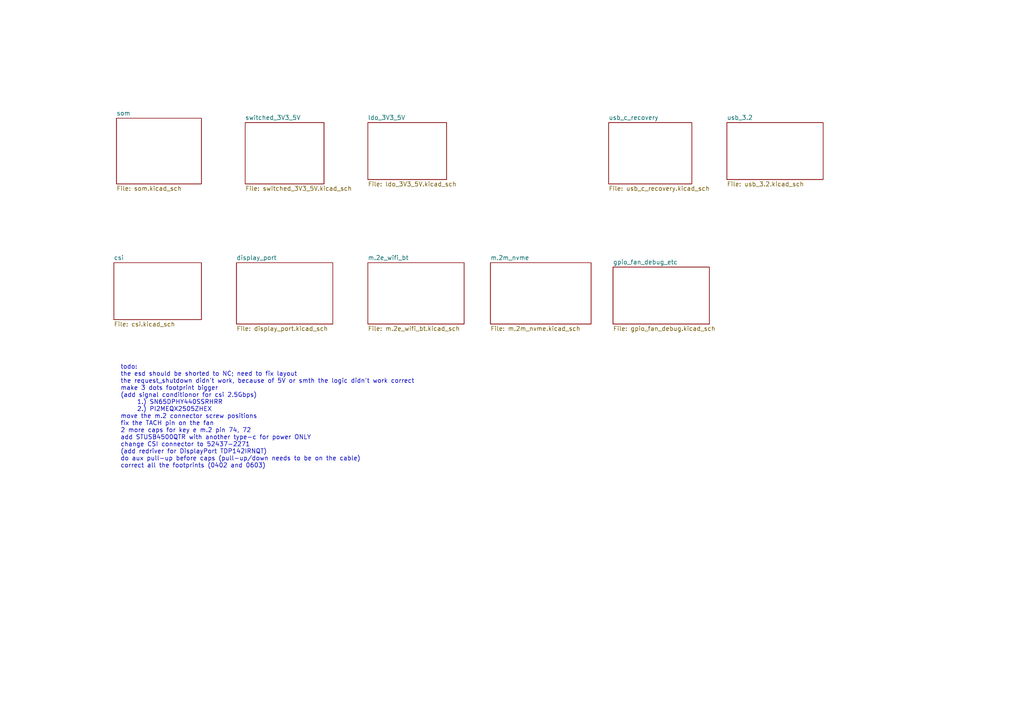
<source format=kicad_sch>
(kicad_sch (version 20230121) (generator eeschema)
  (paper "A4")
  (lib_symbols)
  (text "todo:\nthe esd should be shorted to NC; need to fix layout\nthe request_shutdown didn't work, because of 5V or smth the logic didn't work correct\nmake 3 dots footprint bigger\n(add signal conditionor for csi 2.5Gbps)\n	1.) SN65DPHY440SSRHRR\n	2.) PI2MEQX2505ZHEX\nmove the m.2 connector screw positions\nfix the TACH pin on the fan\n2 more caps for key e m.2 pin 74, 72\nadd STUSB4500QTR with another type-c for power ONLY\nchange CSI connector to 52437-2271\n(add redriver for DisplayPort TDP142IRNQT)\ndo aux pull-up before caps (pull-up/down needs to be on the cable)\ncorrect all the footprints (0402 and 0603)" (at 34.925 135.89 0) (effects (font (size 1.27 1.27)) (justify left bottom)))
  (sheet (at 71.12 35.56) (size 22.86 17.78) (stroke (width 0.1524))
    (property "Sheetname" "switched_3V3_5V" (at 71.12 34.8484 0) (effects (justify left bottom)))
    (property "Sheetfile" "switched_3V3_5V.kicad_sch" (at 71.12 53.9246 0) (effects (justify left top)))
  )
  (sheet (at 210.82 35.56) (size 27.94 16.51) (stroke (width 0.1524))
    (property "Sheetname" "usb_3.2" (at 210.82 34.8484 0) (effects (justify left bottom)))
    (property "Sheetfile" "usb_3.2.kicad_sch" (at 210.82 52.6546 0) (effects (justify left top)))
  )
  (sheet (at 33.02 76.2) (size 25.4 16.51) (stroke (width 0.1524))
    (property "Sheetname" "csi" (at 33.02 75.4884 0) (effects (justify left bottom)))
    (property "Sheetfile" "csi.kicad_sch" (at 33.02 93.2946 0) (effects (justify left top)))
  )
  (sheet (at 68.58 76.2) (size 27.94 17.78) (stroke (width 0.1524))
    (property "Sheetname" "display_port" (at 68.58 75.4884 0) (effects (justify left bottom)))
    (property "Sheetfile" "display_port.kicad_sch" (at 68.58 94.5646 0) (effects (justify left top)))
  )
  (sheet (at 106.68 76.2) (size 27.94 17.78) (stroke (width 0.1524))
    (property "Sheetname" "m.2e_wifi_bt" (at 106.68 75.4884 0) (effects (justify left bottom)))
    (property "Sheetfile" "m.2e_wifi_bt.kicad_sch" (at 106.68 94.5646 0) (effects (justify left top)))
  )
  (sheet (at 106.68 35.56) (size 22.86 16.51) (stroke (width 0.1524))
    (property "Sheetname" "ldo_3V3_5V" (at 106.68 34.8484 0) (effects (justify left bottom)))
    (property "Sheetfile" "ldo_3V3_5V.kicad_sch" (at 106.68 52.6546 0) (effects (justify left top)))
  )
  (sheet (at 177.8 77.47) (size 27.94 16.51) (stroke (width 0.1524))
    (property "Sheetname" "gpio_fan_debug_etc" (at 177.8 76.7584 0) (effects (justify left bottom)))
    (property "Sheetfile" "gpio_fan_debug.kicad_sch" (at 177.8 94.5646 0) (effects (justify left top)))
  )
  (sheet (at 142.24 76.2) (size 29.21 17.78) (stroke (width 0.1524))
    (property "Sheetname" "m.2m_nvme" (at 142.24 75.4884 0) (effects (justify left bottom)))
    (property "Sheetfile" "m.2m_nvme.kicad_sch" (at 142.24 94.5646 0) (effects (justify left top)))
  )
  (sheet (at 33.782 34.29) (size 24.638 19.05) (stroke (width 0.1524))
    (property "Sheetname" "som" (at 33.782 33.5784 0) (effects (justify left bottom)))
    (property "Sheetfile" "som.kicad_sch" (at 33.782 53.9246 0) (effects (justify left top)))
  )
  (sheet (at 176.53 35.56) (size 24.13 17.78) (stroke (width 0.1524))
    (property "Sheetname" "usb_c_recovery" (at 176.53 34.8484 0) (effects (justify left bottom)))
    (property "Sheetfile" "usb_c_recovery.kicad_sch" (at 176.53 53.9246 0) (effects (justify left top)))
  )
)
</source>
